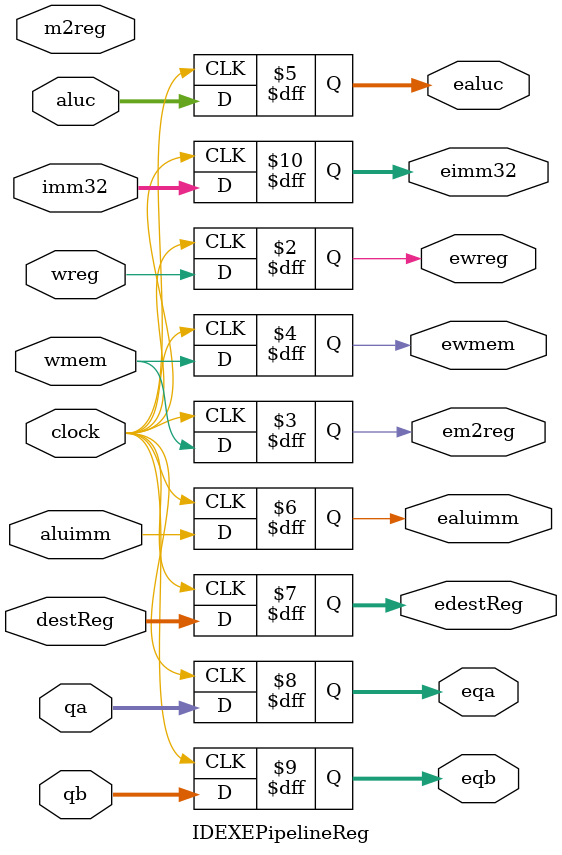
<source format=v>
`timescale 1ns / 1ps


module IDEXEPipelineReg(
    input wreg,
    input m2reg,
    input wmem,
    input [3:0] aluc,
    input aluimm,
    input [4:0] destReg,
    input [31:0] qa,
    input [31:0] qb,
    input [31:0] imm32,
    input clock,
    output reg ewreg,
    output reg em2reg,
    output reg ewmem,
    output reg [3:0] ealuc,
    output reg ealuimm,
    output reg [4:0] edestReg,
    output reg [31:0] eqa,
    output reg [31:0] eqb,
    output reg [31:0] eimm32
    );
    
    always @(posedge clock) begin
        ewreg = wreg;
        em2reg = wmem;
        ewmem = wmem;
        ealuc = aluc;
        ealuimm = aluimm;
        edestReg = destReg;
        eqa = qa;
        eqb = qb;
        eimm32 = imm32;
    end
endmodule

</source>
